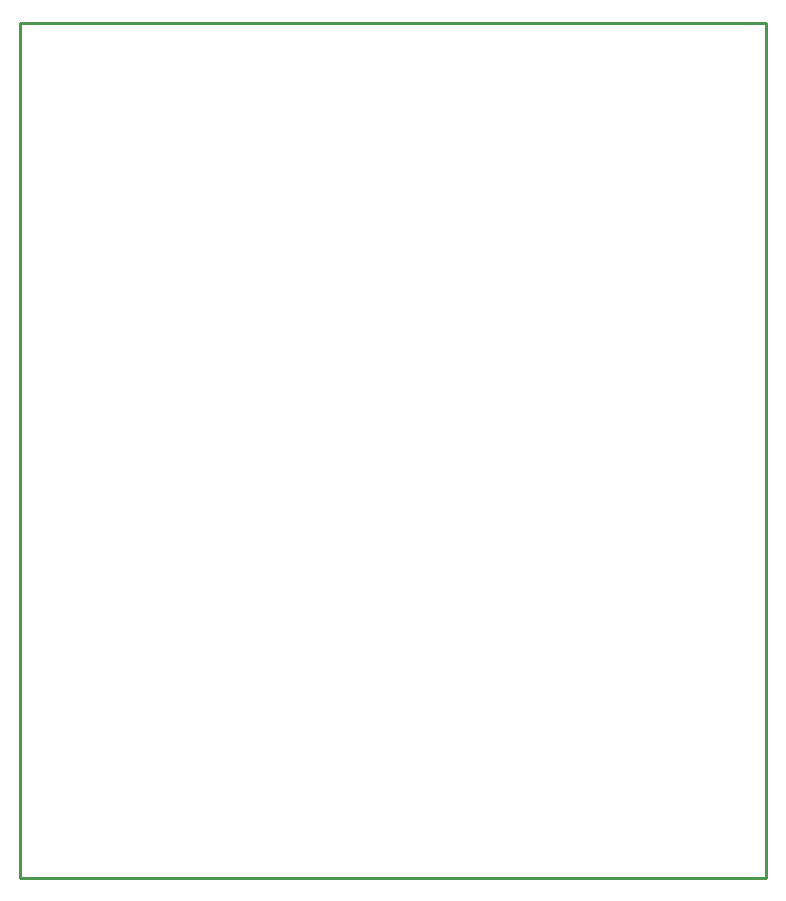
<source format=gko>
G04*
G04 #@! TF.GenerationSoftware,Altium Limited,Altium Designer,20.1.7 (139)*
G04*
G04 Layer_Color=16711935*
%FSTAX24Y24*%
%MOIN*%
G70*
G04*
G04 #@! TF.SameCoordinates,32A48367-B763-4124-948E-770BFEAF10EB*
G04*
G04*
G04 #@! TF.FilePolarity,Positive*
G04*
G01*
G75*
%ADD17C,0.0100*%
D17*
X01Y0215D02*
Y05D01*
X03485D01*
Y0215D02*
Y05D01*
X01Y0215D02*
X03485D01*
M02*

</source>
